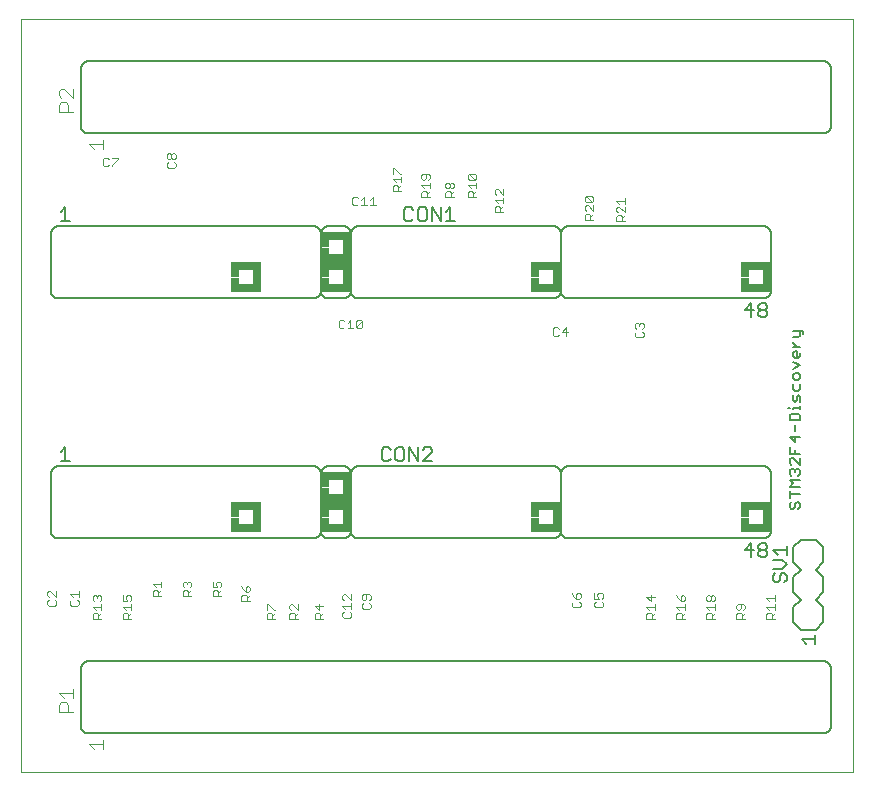
<source format=gto>
G75*
%MOIN*%
%OFA0B0*%
%FSLAX25Y25*%
%IPPOS*%
%LPD*%
%AMOC8*
5,1,8,0,0,1.08239X$1,22.5*
%
%ADD10C,0.00000*%
%ADD11C,0.00600*%
%ADD12C,0.00400*%
%ADD13C,0.00300*%
%ADD14C,0.00500*%
%ADD15R,0.02500X0.02500*%
%ADD16R,0.02500X0.05000*%
%ADD17R,0.07500X0.02500*%
%ADD18R,0.10000X0.02500*%
D10*
X0001256Y0036433D02*
X0001256Y0287634D01*
X0278677Y0287634D01*
X0278677Y0036433D01*
X0001256Y0036433D01*
D11*
X0021256Y0051933D02*
X0021256Y0070933D01*
X0021258Y0071031D01*
X0021264Y0071129D01*
X0021273Y0071227D01*
X0021287Y0071324D01*
X0021304Y0071421D01*
X0021325Y0071517D01*
X0021350Y0071612D01*
X0021378Y0071706D01*
X0021411Y0071798D01*
X0021446Y0071890D01*
X0021486Y0071980D01*
X0021528Y0072068D01*
X0021575Y0072155D01*
X0021624Y0072239D01*
X0021677Y0072322D01*
X0021733Y0072402D01*
X0021793Y0072481D01*
X0021855Y0072557D01*
X0021920Y0072630D01*
X0021988Y0072701D01*
X0022059Y0072769D01*
X0022132Y0072834D01*
X0022208Y0072896D01*
X0022287Y0072956D01*
X0022367Y0073012D01*
X0022450Y0073065D01*
X0022534Y0073114D01*
X0022621Y0073161D01*
X0022709Y0073203D01*
X0022799Y0073243D01*
X0022891Y0073278D01*
X0022983Y0073311D01*
X0023077Y0073339D01*
X0023172Y0073364D01*
X0023268Y0073385D01*
X0023365Y0073402D01*
X0023462Y0073416D01*
X0023560Y0073425D01*
X0023658Y0073431D01*
X0023756Y0073433D01*
X0268756Y0073433D01*
X0268854Y0073431D01*
X0268952Y0073425D01*
X0269050Y0073416D01*
X0269147Y0073402D01*
X0269244Y0073385D01*
X0269340Y0073364D01*
X0269435Y0073339D01*
X0269529Y0073311D01*
X0269621Y0073278D01*
X0269713Y0073243D01*
X0269803Y0073203D01*
X0269891Y0073161D01*
X0269978Y0073114D01*
X0270062Y0073065D01*
X0270145Y0073012D01*
X0270225Y0072956D01*
X0270304Y0072896D01*
X0270380Y0072834D01*
X0270453Y0072769D01*
X0270524Y0072701D01*
X0270592Y0072630D01*
X0270657Y0072557D01*
X0270719Y0072481D01*
X0270779Y0072402D01*
X0270835Y0072322D01*
X0270888Y0072239D01*
X0270937Y0072155D01*
X0270984Y0072068D01*
X0271026Y0071980D01*
X0271066Y0071890D01*
X0271101Y0071798D01*
X0271134Y0071706D01*
X0271162Y0071612D01*
X0271187Y0071517D01*
X0271208Y0071421D01*
X0271225Y0071324D01*
X0271239Y0071227D01*
X0271248Y0071129D01*
X0271254Y0071031D01*
X0271256Y0070933D01*
X0271256Y0051933D01*
X0271254Y0051835D01*
X0271248Y0051737D01*
X0271239Y0051639D01*
X0271225Y0051542D01*
X0271208Y0051445D01*
X0271187Y0051349D01*
X0271162Y0051254D01*
X0271134Y0051160D01*
X0271101Y0051068D01*
X0271066Y0050976D01*
X0271026Y0050886D01*
X0270984Y0050798D01*
X0270937Y0050711D01*
X0270888Y0050627D01*
X0270835Y0050544D01*
X0270779Y0050464D01*
X0270719Y0050385D01*
X0270657Y0050309D01*
X0270592Y0050236D01*
X0270524Y0050165D01*
X0270453Y0050097D01*
X0270380Y0050032D01*
X0270304Y0049970D01*
X0270225Y0049910D01*
X0270145Y0049854D01*
X0270062Y0049801D01*
X0269978Y0049752D01*
X0269891Y0049705D01*
X0269803Y0049663D01*
X0269713Y0049623D01*
X0269621Y0049588D01*
X0269529Y0049555D01*
X0269435Y0049527D01*
X0269340Y0049502D01*
X0269244Y0049481D01*
X0269147Y0049464D01*
X0269050Y0049450D01*
X0268952Y0049441D01*
X0268854Y0049435D01*
X0268756Y0049433D01*
X0023756Y0049433D01*
X0023658Y0049435D01*
X0023560Y0049441D01*
X0023462Y0049450D01*
X0023365Y0049464D01*
X0023268Y0049481D01*
X0023172Y0049502D01*
X0023077Y0049527D01*
X0022983Y0049555D01*
X0022891Y0049588D01*
X0022799Y0049623D01*
X0022709Y0049663D01*
X0022621Y0049705D01*
X0022534Y0049752D01*
X0022450Y0049801D01*
X0022367Y0049854D01*
X0022287Y0049910D01*
X0022208Y0049970D01*
X0022132Y0050032D01*
X0022059Y0050097D01*
X0021988Y0050165D01*
X0021920Y0050236D01*
X0021855Y0050309D01*
X0021793Y0050385D01*
X0021733Y0050464D01*
X0021677Y0050544D01*
X0021624Y0050627D01*
X0021575Y0050711D01*
X0021528Y0050798D01*
X0021486Y0050886D01*
X0021446Y0050976D01*
X0021411Y0051068D01*
X0021378Y0051160D01*
X0021350Y0051254D01*
X0021325Y0051349D01*
X0021304Y0051445D01*
X0021287Y0051542D01*
X0021273Y0051639D01*
X0021264Y0051737D01*
X0021258Y0051835D01*
X0021256Y0051933D01*
X0013756Y0114433D02*
X0098756Y0114433D01*
X0098854Y0114435D01*
X0098952Y0114441D01*
X0099050Y0114450D01*
X0099147Y0114464D01*
X0099244Y0114481D01*
X0099340Y0114502D01*
X0099435Y0114527D01*
X0099529Y0114555D01*
X0099621Y0114588D01*
X0099713Y0114623D01*
X0099803Y0114663D01*
X0099891Y0114705D01*
X0099978Y0114752D01*
X0100062Y0114801D01*
X0100145Y0114854D01*
X0100225Y0114910D01*
X0100304Y0114970D01*
X0100380Y0115032D01*
X0100453Y0115097D01*
X0100524Y0115165D01*
X0100592Y0115236D01*
X0100657Y0115309D01*
X0100719Y0115385D01*
X0100779Y0115464D01*
X0100835Y0115544D01*
X0100888Y0115627D01*
X0100937Y0115711D01*
X0100984Y0115798D01*
X0101026Y0115886D01*
X0101066Y0115976D01*
X0101101Y0116068D01*
X0101134Y0116160D01*
X0101162Y0116254D01*
X0101187Y0116349D01*
X0101208Y0116445D01*
X0101225Y0116542D01*
X0101239Y0116639D01*
X0101248Y0116737D01*
X0101254Y0116835D01*
X0101256Y0116933D01*
X0101256Y0135933D01*
X0101258Y0136031D01*
X0101264Y0136129D01*
X0101273Y0136227D01*
X0101287Y0136324D01*
X0101304Y0136421D01*
X0101325Y0136517D01*
X0101350Y0136612D01*
X0101378Y0136706D01*
X0101411Y0136798D01*
X0101446Y0136890D01*
X0101486Y0136980D01*
X0101528Y0137068D01*
X0101575Y0137155D01*
X0101624Y0137239D01*
X0101677Y0137322D01*
X0101733Y0137402D01*
X0101793Y0137481D01*
X0101855Y0137557D01*
X0101920Y0137630D01*
X0101988Y0137701D01*
X0102059Y0137769D01*
X0102132Y0137834D01*
X0102208Y0137896D01*
X0102287Y0137956D01*
X0102367Y0138012D01*
X0102450Y0138065D01*
X0102534Y0138114D01*
X0102621Y0138161D01*
X0102709Y0138203D01*
X0102799Y0138243D01*
X0102891Y0138278D01*
X0102983Y0138311D01*
X0103077Y0138339D01*
X0103172Y0138364D01*
X0103268Y0138385D01*
X0103365Y0138402D01*
X0103462Y0138416D01*
X0103560Y0138425D01*
X0103658Y0138431D01*
X0103756Y0138433D01*
X0108756Y0138433D01*
X0108854Y0138431D01*
X0108952Y0138425D01*
X0109050Y0138416D01*
X0109147Y0138402D01*
X0109244Y0138385D01*
X0109340Y0138364D01*
X0109435Y0138339D01*
X0109529Y0138311D01*
X0109621Y0138278D01*
X0109713Y0138243D01*
X0109803Y0138203D01*
X0109891Y0138161D01*
X0109978Y0138114D01*
X0110062Y0138065D01*
X0110145Y0138012D01*
X0110225Y0137956D01*
X0110304Y0137896D01*
X0110380Y0137834D01*
X0110453Y0137769D01*
X0110524Y0137701D01*
X0110592Y0137630D01*
X0110657Y0137557D01*
X0110719Y0137481D01*
X0110779Y0137402D01*
X0110835Y0137322D01*
X0110888Y0137239D01*
X0110937Y0137155D01*
X0110984Y0137068D01*
X0111026Y0136980D01*
X0111066Y0136890D01*
X0111101Y0136798D01*
X0111134Y0136706D01*
X0111162Y0136612D01*
X0111187Y0136517D01*
X0111208Y0136421D01*
X0111225Y0136324D01*
X0111239Y0136227D01*
X0111248Y0136129D01*
X0111254Y0136031D01*
X0111256Y0135933D01*
X0111256Y0116933D01*
X0111258Y0116835D01*
X0111264Y0116737D01*
X0111273Y0116639D01*
X0111287Y0116542D01*
X0111304Y0116445D01*
X0111325Y0116349D01*
X0111350Y0116254D01*
X0111378Y0116160D01*
X0111411Y0116068D01*
X0111446Y0115976D01*
X0111486Y0115886D01*
X0111528Y0115798D01*
X0111575Y0115711D01*
X0111624Y0115627D01*
X0111677Y0115544D01*
X0111733Y0115464D01*
X0111793Y0115385D01*
X0111855Y0115309D01*
X0111920Y0115236D01*
X0111988Y0115165D01*
X0112059Y0115097D01*
X0112132Y0115032D01*
X0112208Y0114970D01*
X0112287Y0114910D01*
X0112367Y0114854D01*
X0112450Y0114801D01*
X0112534Y0114752D01*
X0112621Y0114705D01*
X0112709Y0114663D01*
X0112799Y0114623D01*
X0112891Y0114588D01*
X0112983Y0114555D01*
X0113077Y0114527D01*
X0113172Y0114502D01*
X0113268Y0114481D01*
X0113365Y0114464D01*
X0113462Y0114450D01*
X0113560Y0114441D01*
X0113658Y0114435D01*
X0113756Y0114433D01*
X0178756Y0114433D01*
X0178854Y0114435D01*
X0178952Y0114441D01*
X0179050Y0114450D01*
X0179147Y0114464D01*
X0179244Y0114481D01*
X0179340Y0114502D01*
X0179435Y0114527D01*
X0179529Y0114555D01*
X0179621Y0114588D01*
X0179713Y0114623D01*
X0179803Y0114663D01*
X0179891Y0114705D01*
X0179978Y0114752D01*
X0180062Y0114801D01*
X0180145Y0114854D01*
X0180225Y0114910D01*
X0180304Y0114970D01*
X0180380Y0115032D01*
X0180453Y0115097D01*
X0180524Y0115165D01*
X0180592Y0115236D01*
X0180657Y0115309D01*
X0180719Y0115385D01*
X0180779Y0115464D01*
X0180835Y0115544D01*
X0180888Y0115627D01*
X0180937Y0115711D01*
X0180984Y0115798D01*
X0181026Y0115886D01*
X0181066Y0115976D01*
X0181101Y0116068D01*
X0181134Y0116160D01*
X0181162Y0116254D01*
X0181187Y0116349D01*
X0181208Y0116445D01*
X0181225Y0116542D01*
X0181239Y0116639D01*
X0181248Y0116737D01*
X0181254Y0116835D01*
X0181256Y0116933D01*
X0181256Y0135933D01*
X0181258Y0136031D01*
X0181264Y0136129D01*
X0181273Y0136227D01*
X0181287Y0136324D01*
X0181304Y0136421D01*
X0181325Y0136517D01*
X0181350Y0136612D01*
X0181378Y0136706D01*
X0181411Y0136798D01*
X0181446Y0136890D01*
X0181486Y0136980D01*
X0181528Y0137068D01*
X0181575Y0137155D01*
X0181624Y0137239D01*
X0181677Y0137322D01*
X0181733Y0137402D01*
X0181793Y0137481D01*
X0181855Y0137557D01*
X0181920Y0137630D01*
X0181988Y0137701D01*
X0182059Y0137769D01*
X0182132Y0137834D01*
X0182208Y0137896D01*
X0182287Y0137956D01*
X0182367Y0138012D01*
X0182450Y0138065D01*
X0182534Y0138114D01*
X0182621Y0138161D01*
X0182709Y0138203D01*
X0182799Y0138243D01*
X0182891Y0138278D01*
X0182983Y0138311D01*
X0183077Y0138339D01*
X0183172Y0138364D01*
X0183268Y0138385D01*
X0183365Y0138402D01*
X0183462Y0138416D01*
X0183560Y0138425D01*
X0183658Y0138431D01*
X0183756Y0138433D01*
X0248756Y0138433D01*
X0248854Y0138431D01*
X0248952Y0138425D01*
X0249050Y0138416D01*
X0249147Y0138402D01*
X0249244Y0138385D01*
X0249340Y0138364D01*
X0249435Y0138339D01*
X0249529Y0138311D01*
X0249621Y0138278D01*
X0249713Y0138243D01*
X0249803Y0138203D01*
X0249891Y0138161D01*
X0249978Y0138114D01*
X0250062Y0138065D01*
X0250145Y0138012D01*
X0250225Y0137956D01*
X0250304Y0137896D01*
X0250380Y0137834D01*
X0250453Y0137769D01*
X0250524Y0137701D01*
X0250592Y0137630D01*
X0250657Y0137557D01*
X0250719Y0137481D01*
X0250779Y0137402D01*
X0250835Y0137322D01*
X0250888Y0137239D01*
X0250937Y0137155D01*
X0250984Y0137068D01*
X0251026Y0136980D01*
X0251066Y0136890D01*
X0251101Y0136798D01*
X0251134Y0136706D01*
X0251162Y0136612D01*
X0251187Y0136517D01*
X0251208Y0136421D01*
X0251225Y0136324D01*
X0251239Y0136227D01*
X0251248Y0136129D01*
X0251254Y0136031D01*
X0251256Y0135933D01*
X0251256Y0116933D01*
X0251254Y0116835D01*
X0251248Y0116737D01*
X0251239Y0116639D01*
X0251225Y0116542D01*
X0251208Y0116445D01*
X0251187Y0116349D01*
X0251162Y0116254D01*
X0251134Y0116160D01*
X0251101Y0116068D01*
X0251066Y0115976D01*
X0251026Y0115886D01*
X0250984Y0115798D01*
X0250937Y0115711D01*
X0250888Y0115627D01*
X0250835Y0115544D01*
X0250779Y0115464D01*
X0250719Y0115385D01*
X0250657Y0115309D01*
X0250592Y0115236D01*
X0250524Y0115165D01*
X0250453Y0115097D01*
X0250380Y0115032D01*
X0250304Y0114970D01*
X0250225Y0114910D01*
X0250145Y0114854D01*
X0250062Y0114801D01*
X0249978Y0114752D01*
X0249891Y0114705D01*
X0249803Y0114663D01*
X0249713Y0114623D01*
X0249621Y0114588D01*
X0249529Y0114555D01*
X0249435Y0114527D01*
X0249340Y0114502D01*
X0249244Y0114481D01*
X0249147Y0114464D01*
X0249050Y0114450D01*
X0248952Y0114441D01*
X0248854Y0114435D01*
X0248756Y0114433D01*
X0183756Y0114433D01*
X0183658Y0114435D01*
X0183560Y0114441D01*
X0183462Y0114450D01*
X0183365Y0114464D01*
X0183268Y0114481D01*
X0183172Y0114502D01*
X0183077Y0114527D01*
X0182983Y0114555D01*
X0182891Y0114588D01*
X0182799Y0114623D01*
X0182709Y0114663D01*
X0182621Y0114705D01*
X0182534Y0114752D01*
X0182450Y0114801D01*
X0182367Y0114854D01*
X0182287Y0114910D01*
X0182208Y0114970D01*
X0182132Y0115032D01*
X0182059Y0115097D01*
X0181988Y0115165D01*
X0181920Y0115236D01*
X0181855Y0115309D01*
X0181793Y0115385D01*
X0181733Y0115464D01*
X0181677Y0115544D01*
X0181624Y0115627D01*
X0181575Y0115711D01*
X0181528Y0115798D01*
X0181486Y0115886D01*
X0181446Y0115976D01*
X0181411Y0116068D01*
X0181378Y0116160D01*
X0181350Y0116254D01*
X0181325Y0116349D01*
X0181304Y0116445D01*
X0181287Y0116542D01*
X0181273Y0116639D01*
X0181264Y0116737D01*
X0181258Y0116835D01*
X0181256Y0116933D01*
X0181256Y0135933D02*
X0181254Y0136031D01*
X0181248Y0136129D01*
X0181239Y0136227D01*
X0181225Y0136324D01*
X0181208Y0136421D01*
X0181187Y0136517D01*
X0181162Y0136612D01*
X0181134Y0136706D01*
X0181101Y0136798D01*
X0181066Y0136890D01*
X0181026Y0136980D01*
X0180984Y0137068D01*
X0180937Y0137155D01*
X0180888Y0137239D01*
X0180835Y0137322D01*
X0180779Y0137402D01*
X0180719Y0137481D01*
X0180657Y0137557D01*
X0180592Y0137630D01*
X0180524Y0137701D01*
X0180453Y0137769D01*
X0180380Y0137834D01*
X0180304Y0137896D01*
X0180225Y0137956D01*
X0180145Y0138012D01*
X0180062Y0138065D01*
X0179978Y0138114D01*
X0179891Y0138161D01*
X0179803Y0138203D01*
X0179713Y0138243D01*
X0179621Y0138278D01*
X0179529Y0138311D01*
X0179435Y0138339D01*
X0179340Y0138364D01*
X0179244Y0138385D01*
X0179147Y0138402D01*
X0179050Y0138416D01*
X0178952Y0138425D01*
X0178854Y0138431D01*
X0178756Y0138433D01*
X0113756Y0138433D01*
X0113658Y0138431D01*
X0113560Y0138425D01*
X0113462Y0138416D01*
X0113365Y0138402D01*
X0113268Y0138385D01*
X0113172Y0138364D01*
X0113077Y0138339D01*
X0112983Y0138311D01*
X0112891Y0138278D01*
X0112799Y0138243D01*
X0112709Y0138203D01*
X0112621Y0138161D01*
X0112534Y0138114D01*
X0112450Y0138065D01*
X0112367Y0138012D01*
X0112287Y0137956D01*
X0112208Y0137896D01*
X0112132Y0137834D01*
X0112059Y0137769D01*
X0111988Y0137701D01*
X0111920Y0137630D01*
X0111855Y0137557D01*
X0111793Y0137481D01*
X0111733Y0137402D01*
X0111677Y0137322D01*
X0111624Y0137239D01*
X0111575Y0137155D01*
X0111528Y0137068D01*
X0111486Y0136980D01*
X0111446Y0136890D01*
X0111411Y0136798D01*
X0111378Y0136706D01*
X0111350Y0136612D01*
X0111325Y0136517D01*
X0111304Y0136421D01*
X0111287Y0136324D01*
X0111273Y0136227D01*
X0111264Y0136129D01*
X0111258Y0136031D01*
X0111256Y0135933D01*
X0101256Y0135933D02*
X0101254Y0136031D01*
X0101248Y0136129D01*
X0101239Y0136227D01*
X0101225Y0136324D01*
X0101208Y0136421D01*
X0101187Y0136517D01*
X0101162Y0136612D01*
X0101134Y0136706D01*
X0101101Y0136798D01*
X0101066Y0136890D01*
X0101026Y0136980D01*
X0100984Y0137068D01*
X0100937Y0137155D01*
X0100888Y0137239D01*
X0100835Y0137322D01*
X0100779Y0137402D01*
X0100719Y0137481D01*
X0100657Y0137557D01*
X0100592Y0137630D01*
X0100524Y0137701D01*
X0100453Y0137769D01*
X0100380Y0137834D01*
X0100304Y0137896D01*
X0100225Y0137956D01*
X0100145Y0138012D01*
X0100062Y0138065D01*
X0099978Y0138114D01*
X0099891Y0138161D01*
X0099803Y0138203D01*
X0099713Y0138243D01*
X0099621Y0138278D01*
X0099529Y0138311D01*
X0099435Y0138339D01*
X0099340Y0138364D01*
X0099244Y0138385D01*
X0099147Y0138402D01*
X0099050Y0138416D01*
X0098952Y0138425D01*
X0098854Y0138431D01*
X0098756Y0138433D01*
X0013756Y0138433D01*
X0013658Y0138431D01*
X0013560Y0138425D01*
X0013462Y0138416D01*
X0013365Y0138402D01*
X0013268Y0138385D01*
X0013172Y0138364D01*
X0013077Y0138339D01*
X0012983Y0138311D01*
X0012891Y0138278D01*
X0012799Y0138243D01*
X0012709Y0138203D01*
X0012621Y0138161D01*
X0012534Y0138114D01*
X0012450Y0138065D01*
X0012367Y0138012D01*
X0012287Y0137956D01*
X0012208Y0137896D01*
X0012132Y0137834D01*
X0012059Y0137769D01*
X0011988Y0137701D01*
X0011920Y0137630D01*
X0011855Y0137557D01*
X0011793Y0137481D01*
X0011733Y0137402D01*
X0011677Y0137322D01*
X0011624Y0137239D01*
X0011575Y0137155D01*
X0011528Y0137068D01*
X0011486Y0136980D01*
X0011446Y0136890D01*
X0011411Y0136798D01*
X0011378Y0136706D01*
X0011350Y0136612D01*
X0011325Y0136517D01*
X0011304Y0136421D01*
X0011287Y0136324D01*
X0011273Y0136227D01*
X0011264Y0136129D01*
X0011258Y0136031D01*
X0011256Y0135933D01*
X0011256Y0116933D01*
X0011258Y0116835D01*
X0011264Y0116737D01*
X0011273Y0116639D01*
X0011287Y0116542D01*
X0011304Y0116445D01*
X0011325Y0116349D01*
X0011350Y0116254D01*
X0011378Y0116160D01*
X0011411Y0116068D01*
X0011446Y0115976D01*
X0011486Y0115886D01*
X0011528Y0115798D01*
X0011575Y0115711D01*
X0011624Y0115627D01*
X0011677Y0115544D01*
X0011733Y0115464D01*
X0011793Y0115385D01*
X0011855Y0115309D01*
X0011920Y0115236D01*
X0011988Y0115165D01*
X0012059Y0115097D01*
X0012132Y0115032D01*
X0012208Y0114970D01*
X0012287Y0114910D01*
X0012367Y0114854D01*
X0012450Y0114801D01*
X0012534Y0114752D01*
X0012621Y0114705D01*
X0012709Y0114663D01*
X0012799Y0114623D01*
X0012891Y0114588D01*
X0012983Y0114555D01*
X0013077Y0114527D01*
X0013172Y0114502D01*
X0013268Y0114481D01*
X0013365Y0114464D01*
X0013462Y0114450D01*
X0013560Y0114441D01*
X0013658Y0114435D01*
X0013756Y0114433D01*
X0013756Y0194433D02*
X0098756Y0194433D01*
X0098854Y0194435D01*
X0098952Y0194441D01*
X0099050Y0194450D01*
X0099147Y0194464D01*
X0099244Y0194481D01*
X0099340Y0194502D01*
X0099435Y0194527D01*
X0099529Y0194555D01*
X0099621Y0194588D01*
X0099713Y0194623D01*
X0099803Y0194663D01*
X0099891Y0194705D01*
X0099978Y0194752D01*
X0100062Y0194801D01*
X0100145Y0194854D01*
X0100225Y0194910D01*
X0100304Y0194970D01*
X0100380Y0195032D01*
X0100453Y0195097D01*
X0100524Y0195165D01*
X0100592Y0195236D01*
X0100657Y0195309D01*
X0100719Y0195385D01*
X0100779Y0195464D01*
X0100835Y0195544D01*
X0100888Y0195627D01*
X0100937Y0195711D01*
X0100984Y0195798D01*
X0101026Y0195886D01*
X0101066Y0195976D01*
X0101101Y0196068D01*
X0101134Y0196160D01*
X0101162Y0196254D01*
X0101187Y0196349D01*
X0101208Y0196445D01*
X0101225Y0196542D01*
X0101239Y0196639D01*
X0101248Y0196737D01*
X0101254Y0196835D01*
X0101256Y0196933D01*
X0101256Y0215933D01*
X0101258Y0216031D01*
X0101264Y0216129D01*
X0101273Y0216227D01*
X0101287Y0216324D01*
X0101304Y0216421D01*
X0101325Y0216517D01*
X0101350Y0216612D01*
X0101378Y0216706D01*
X0101411Y0216798D01*
X0101446Y0216890D01*
X0101486Y0216980D01*
X0101528Y0217068D01*
X0101575Y0217155D01*
X0101624Y0217239D01*
X0101677Y0217322D01*
X0101733Y0217402D01*
X0101793Y0217481D01*
X0101855Y0217557D01*
X0101920Y0217630D01*
X0101988Y0217701D01*
X0102059Y0217769D01*
X0102132Y0217834D01*
X0102208Y0217896D01*
X0102287Y0217956D01*
X0102367Y0218012D01*
X0102450Y0218065D01*
X0102534Y0218114D01*
X0102621Y0218161D01*
X0102709Y0218203D01*
X0102799Y0218243D01*
X0102891Y0218278D01*
X0102983Y0218311D01*
X0103077Y0218339D01*
X0103172Y0218364D01*
X0103268Y0218385D01*
X0103365Y0218402D01*
X0103462Y0218416D01*
X0103560Y0218425D01*
X0103658Y0218431D01*
X0103756Y0218433D01*
X0108756Y0218433D01*
X0108854Y0218431D01*
X0108952Y0218425D01*
X0109050Y0218416D01*
X0109147Y0218402D01*
X0109244Y0218385D01*
X0109340Y0218364D01*
X0109435Y0218339D01*
X0109529Y0218311D01*
X0109621Y0218278D01*
X0109713Y0218243D01*
X0109803Y0218203D01*
X0109891Y0218161D01*
X0109978Y0218114D01*
X0110062Y0218065D01*
X0110145Y0218012D01*
X0110225Y0217956D01*
X0110304Y0217896D01*
X0110380Y0217834D01*
X0110453Y0217769D01*
X0110524Y0217701D01*
X0110592Y0217630D01*
X0110657Y0217557D01*
X0110719Y0217481D01*
X0110779Y0217402D01*
X0110835Y0217322D01*
X0110888Y0217239D01*
X0110937Y0217155D01*
X0110984Y0217068D01*
X0111026Y0216980D01*
X0111066Y0216890D01*
X0111101Y0216798D01*
X0111134Y0216706D01*
X0111162Y0216612D01*
X0111187Y0216517D01*
X0111208Y0216421D01*
X0111225Y0216324D01*
X0111239Y0216227D01*
X0111248Y0216129D01*
X0111254Y0216031D01*
X0111256Y0215933D01*
X0111256Y0196933D01*
X0111258Y0196835D01*
X0111264Y0196737D01*
X0111273Y0196639D01*
X0111287Y0196542D01*
X0111304Y0196445D01*
X0111325Y0196349D01*
X0111350Y0196254D01*
X0111378Y0196160D01*
X0111411Y0196068D01*
X0111446Y0195976D01*
X0111486Y0195886D01*
X0111528Y0195798D01*
X0111575Y0195711D01*
X0111624Y0195627D01*
X0111677Y0195544D01*
X0111733Y0195464D01*
X0111793Y0195385D01*
X0111855Y0195309D01*
X0111920Y0195236D01*
X0111988Y0195165D01*
X0112059Y0195097D01*
X0112132Y0195032D01*
X0112208Y0194970D01*
X0112287Y0194910D01*
X0112367Y0194854D01*
X0112450Y0194801D01*
X0112534Y0194752D01*
X0112621Y0194705D01*
X0112709Y0194663D01*
X0112799Y0194623D01*
X0112891Y0194588D01*
X0112983Y0194555D01*
X0113077Y0194527D01*
X0113172Y0194502D01*
X0113268Y0194481D01*
X0113365Y0194464D01*
X0113462Y0194450D01*
X0113560Y0194441D01*
X0113658Y0194435D01*
X0113756Y0194433D01*
X0178756Y0194433D01*
X0178854Y0194435D01*
X0178952Y0194441D01*
X0179050Y0194450D01*
X0179147Y0194464D01*
X0179244Y0194481D01*
X0179340Y0194502D01*
X0179435Y0194527D01*
X0179529Y0194555D01*
X0179621Y0194588D01*
X0179713Y0194623D01*
X0179803Y0194663D01*
X0179891Y0194705D01*
X0179978Y0194752D01*
X0180062Y0194801D01*
X0180145Y0194854D01*
X0180225Y0194910D01*
X0180304Y0194970D01*
X0180380Y0195032D01*
X0180453Y0195097D01*
X0180524Y0195165D01*
X0180592Y0195236D01*
X0180657Y0195309D01*
X0180719Y0195385D01*
X0180779Y0195464D01*
X0180835Y0195544D01*
X0180888Y0195627D01*
X0180937Y0195711D01*
X0180984Y0195798D01*
X0181026Y0195886D01*
X0181066Y0195976D01*
X0181101Y0196068D01*
X0181134Y0196160D01*
X0181162Y0196254D01*
X0181187Y0196349D01*
X0181208Y0196445D01*
X0181225Y0196542D01*
X0181239Y0196639D01*
X0181248Y0196737D01*
X0181254Y0196835D01*
X0181256Y0196933D01*
X0181256Y0215933D01*
X0181258Y0216031D01*
X0181264Y0216129D01*
X0181273Y0216227D01*
X0181287Y0216324D01*
X0181304Y0216421D01*
X0181325Y0216517D01*
X0181350Y0216612D01*
X0181378Y0216706D01*
X0181411Y0216798D01*
X0181446Y0216890D01*
X0181486Y0216980D01*
X0181528Y0217068D01*
X0181575Y0217155D01*
X0181624Y0217239D01*
X0181677Y0217322D01*
X0181733Y0217402D01*
X0181793Y0217481D01*
X0181855Y0217557D01*
X0181920Y0217630D01*
X0181988Y0217701D01*
X0182059Y0217769D01*
X0182132Y0217834D01*
X0182208Y0217896D01*
X0182287Y0217956D01*
X0182367Y0218012D01*
X0182450Y0218065D01*
X0182534Y0218114D01*
X0182621Y0218161D01*
X0182709Y0218203D01*
X0182799Y0218243D01*
X0182891Y0218278D01*
X0182983Y0218311D01*
X0183077Y0218339D01*
X0183172Y0218364D01*
X0183268Y0218385D01*
X0183365Y0218402D01*
X0183462Y0218416D01*
X0183560Y0218425D01*
X0183658Y0218431D01*
X0183756Y0218433D01*
X0248756Y0218433D01*
X0248854Y0218431D01*
X0248952Y0218425D01*
X0249050Y0218416D01*
X0249147Y0218402D01*
X0249244Y0218385D01*
X0249340Y0218364D01*
X0249435Y0218339D01*
X0249529Y0218311D01*
X0249621Y0218278D01*
X0249713Y0218243D01*
X0249803Y0218203D01*
X0249891Y0218161D01*
X0249978Y0218114D01*
X0250062Y0218065D01*
X0250145Y0218012D01*
X0250225Y0217956D01*
X0250304Y0217896D01*
X0250380Y0217834D01*
X0250453Y0217769D01*
X0250524Y0217701D01*
X0250592Y0217630D01*
X0250657Y0217557D01*
X0250719Y0217481D01*
X0250779Y0217402D01*
X0250835Y0217322D01*
X0250888Y0217239D01*
X0250937Y0217155D01*
X0250984Y0217068D01*
X0251026Y0216980D01*
X0251066Y0216890D01*
X0251101Y0216798D01*
X0251134Y0216706D01*
X0251162Y0216612D01*
X0251187Y0216517D01*
X0251208Y0216421D01*
X0251225Y0216324D01*
X0251239Y0216227D01*
X0251248Y0216129D01*
X0251254Y0216031D01*
X0251256Y0215933D01*
X0251256Y0196933D01*
X0251254Y0196835D01*
X0251248Y0196737D01*
X0251239Y0196639D01*
X0251225Y0196542D01*
X0251208Y0196445D01*
X0251187Y0196349D01*
X0251162Y0196254D01*
X0251134Y0196160D01*
X0251101Y0196068D01*
X0251066Y0195976D01*
X0251026Y0195886D01*
X0250984Y0195798D01*
X0250937Y0195711D01*
X0250888Y0195627D01*
X0250835Y0195544D01*
X0250779Y0195464D01*
X0250719Y0195385D01*
X0250657Y0195309D01*
X0250592Y0195236D01*
X0250524Y0195165D01*
X0250453Y0195097D01*
X0250380Y0195032D01*
X0250304Y0194970D01*
X0250225Y0194910D01*
X0250145Y0194854D01*
X0250062Y0194801D01*
X0249978Y0194752D01*
X0249891Y0194705D01*
X0249803Y0194663D01*
X0249713Y0194623D01*
X0249621Y0194588D01*
X0249529Y0194555D01*
X0249435Y0194527D01*
X0249340Y0194502D01*
X0249244Y0194481D01*
X0249147Y0194464D01*
X0249050Y0194450D01*
X0248952Y0194441D01*
X0248854Y0194435D01*
X0248756Y0194433D01*
X0183756Y0194433D01*
X0183658Y0194435D01*
X0183560Y0194441D01*
X0183462Y0194450D01*
X0183365Y0194464D01*
X0183268Y0194481D01*
X0183172Y0194502D01*
X0183077Y0194527D01*
X0182983Y0194555D01*
X0182891Y0194588D01*
X0182799Y0194623D01*
X0182709Y0194663D01*
X0182621Y0194705D01*
X0182534Y0194752D01*
X0182450Y0194801D01*
X0182367Y0194854D01*
X0182287Y0194910D01*
X0182208Y0194970D01*
X0182132Y0195032D01*
X0182059Y0195097D01*
X0181988Y0195165D01*
X0181920Y0195236D01*
X0181855Y0195309D01*
X0181793Y0195385D01*
X0181733Y0195464D01*
X0181677Y0195544D01*
X0181624Y0195627D01*
X0181575Y0195711D01*
X0181528Y0195798D01*
X0181486Y0195886D01*
X0181446Y0195976D01*
X0181411Y0196068D01*
X0181378Y0196160D01*
X0181350Y0196254D01*
X0181325Y0196349D01*
X0181304Y0196445D01*
X0181287Y0196542D01*
X0181273Y0196639D01*
X0181264Y0196737D01*
X0181258Y0196835D01*
X0181256Y0196933D01*
X0181256Y0215933D02*
X0181254Y0216031D01*
X0181248Y0216129D01*
X0181239Y0216227D01*
X0181225Y0216324D01*
X0181208Y0216421D01*
X0181187Y0216517D01*
X0181162Y0216612D01*
X0181134Y0216706D01*
X0181101Y0216798D01*
X0181066Y0216890D01*
X0181026Y0216980D01*
X0180984Y0217068D01*
X0180937Y0217155D01*
X0180888Y0217239D01*
X0180835Y0217322D01*
X0180779Y0217402D01*
X0180719Y0217481D01*
X0180657Y0217557D01*
X0180592Y0217630D01*
X0180524Y0217701D01*
X0180453Y0217769D01*
X0180380Y0217834D01*
X0180304Y0217896D01*
X0180225Y0217956D01*
X0180145Y0218012D01*
X0180062Y0218065D01*
X0179978Y0218114D01*
X0179891Y0218161D01*
X0179803Y0218203D01*
X0179713Y0218243D01*
X0179621Y0218278D01*
X0179529Y0218311D01*
X0179435Y0218339D01*
X0179340Y0218364D01*
X0179244Y0218385D01*
X0179147Y0218402D01*
X0179050Y0218416D01*
X0178952Y0218425D01*
X0178854Y0218431D01*
X0178756Y0218433D01*
X0113756Y0218433D01*
X0113658Y0218431D01*
X0113560Y0218425D01*
X0113462Y0218416D01*
X0113365Y0218402D01*
X0113268Y0218385D01*
X0113172Y0218364D01*
X0113077Y0218339D01*
X0112983Y0218311D01*
X0112891Y0218278D01*
X0112799Y0218243D01*
X0112709Y0218203D01*
X0112621Y0218161D01*
X0112534Y0218114D01*
X0112450Y0218065D01*
X0112367Y0218012D01*
X0112287Y0217956D01*
X0112208Y0217896D01*
X0112132Y0217834D01*
X0112059Y0217769D01*
X0111988Y0217701D01*
X0111920Y0217630D01*
X0111855Y0217557D01*
X0111793Y0217481D01*
X0111733Y0217402D01*
X0111677Y0217322D01*
X0111624Y0217239D01*
X0111575Y0217155D01*
X0111528Y0217068D01*
X0111486Y0216980D01*
X0111446Y0216890D01*
X0111411Y0216798D01*
X0111378Y0216706D01*
X0111350Y0216612D01*
X0111325Y0216517D01*
X0111304Y0216421D01*
X0111287Y0216324D01*
X0111273Y0216227D01*
X0111264Y0216129D01*
X0111258Y0216031D01*
X0111256Y0215933D01*
X0101256Y0215933D02*
X0101254Y0216031D01*
X0101248Y0216129D01*
X0101239Y0216227D01*
X0101225Y0216324D01*
X0101208Y0216421D01*
X0101187Y0216517D01*
X0101162Y0216612D01*
X0101134Y0216706D01*
X0101101Y0216798D01*
X0101066Y0216890D01*
X0101026Y0216980D01*
X0100984Y0217068D01*
X0100937Y0217155D01*
X0100888Y0217239D01*
X0100835Y0217322D01*
X0100779Y0217402D01*
X0100719Y0217481D01*
X0100657Y0217557D01*
X0100592Y0217630D01*
X0100524Y0217701D01*
X0100453Y0217769D01*
X0100380Y0217834D01*
X0100304Y0217896D01*
X0100225Y0217956D01*
X0100145Y0218012D01*
X0100062Y0218065D01*
X0099978Y0218114D01*
X0099891Y0218161D01*
X0099803Y0218203D01*
X0099713Y0218243D01*
X0099621Y0218278D01*
X0099529Y0218311D01*
X0099435Y0218339D01*
X0099340Y0218364D01*
X0099244Y0218385D01*
X0099147Y0218402D01*
X0099050Y0218416D01*
X0098952Y0218425D01*
X0098854Y0218431D01*
X0098756Y0218433D01*
X0013756Y0218433D01*
X0013658Y0218431D01*
X0013560Y0218425D01*
X0013462Y0218416D01*
X0013365Y0218402D01*
X0013268Y0218385D01*
X0013172Y0218364D01*
X0013077Y0218339D01*
X0012983Y0218311D01*
X0012891Y0218278D01*
X0012799Y0218243D01*
X0012709Y0218203D01*
X0012621Y0218161D01*
X0012534Y0218114D01*
X0012450Y0218065D01*
X0012367Y0218012D01*
X0012287Y0217956D01*
X0012208Y0217896D01*
X0012132Y0217834D01*
X0012059Y0217769D01*
X0011988Y0217701D01*
X0011920Y0217630D01*
X0011855Y0217557D01*
X0011793Y0217481D01*
X0011733Y0217402D01*
X0011677Y0217322D01*
X0011624Y0217239D01*
X0011575Y0217155D01*
X0011528Y0217068D01*
X0011486Y0216980D01*
X0011446Y0216890D01*
X0011411Y0216798D01*
X0011378Y0216706D01*
X0011350Y0216612D01*
X0011325Y0216517D01*
X0011304Y0216421D01*
X0011287Y0216324D01*
X0011273Y0216227D01*
X0011264Y0216129D01*
X0011258Y0216031D01*
X0011256Y0215933D01*
X0011256Y0196933D01*
X0011258Y0196835D01*
X0011264Y0196737D01*
X0011273Y0196639D01*
X0011287Y0196542D01*
X0011304Y0196445D01*
X0011325Y0196349D01*
X0011350Y0196254D01*
X0011378Y0196160D01*
X0011411Y0196068D01*
X0011446Y0195976D01*
X0011486Y0195886D01*
X0011528Y0195798D01*
X0011575Y0195711D01*
X0011624Y0195627D01*
X0011677Y0195544D01*
X0011733Y0195464D01*
X0011793Y0195385D01*
X0011855Y0195309D01*
X0011920Y0195236D01*
X0011988Y0195165D01*
X0012059Y0195097D01*
X0012132Y0195032D01*
X0012208Y0194970D01*
X0012287Y0194910D01*
X0012367Y0194854D01*
X0012450Y0194801D01*
X0012534Y0194752D01*
X0012621Y0194705D01*
X0012709Y0194663D01*
X0012799Y0194623D01*
X0012891Y0194588D01*
X0012983Y0194555D01*
X0013077Y0194527D01*
X0013172Y0194502D01*
X0013268Y0194481D01*
X0013365Y0194464D01*
X0013462Y0194450D01*
X0013560Y0194441D01*
X0013658Y0194435D01*
X0013756Y0194433D01*
X0023756Y0249433D02*
X0268756Y0249433D01*
X0268854Y0249435D01*
X0268952Y0249441D01*
X0269050Y0249450D01*
X0269147Y0249464D01*
X0269244Y0249481D01*
X0269340Y0249502D01*
X0269435Y0249527D01*
X0269529Y0249555D01*
X0269621Y0249588D01*
X0269713Y0249623D01*
X0269803Y0249663D01*
X0269891Y0249705D01*
X0269978Y0249752D01*
X0270062Y0249801D01*
X0270145Y0249854D01*
X0270225Y0249910D01*
X0270304Y0249970D01*
X0270380Y0250032D01*
X0270453Y0250097D01*
X0270524Y0250165D01*
X0270592Y0250236D01*
X0270657Y0250309D01*
X0270719Y0250385D01*
X0270779Y0250464D01*
X0270835Y0250544D01*
X0270888Y0250627D01*
X0270937Y0250711D01*
X0270984Y0250798D01*
X0271026Y0250886D01*
X0271066Y0250976D01*
X0271101Y0251068D01*
X0271134Y0251160D01*
X0271162Y0251254D01*
X0271187Y0251349D01*
X0271208Y0251445D01*
X0271225Y0251542D01*
X0271239Y0251639D01*
X0271248Y0251737D01*
X0271254Y0251835D01*
X0271256Y0251933D01*
X0271256Y0270933D01*
X0271254Y0271031D01*
X0271248Y0271129D01*
X0271239Y0271227D01*
X0271225Y0271324D01*
X0271208Y0271421D01*
X0271187Y0271517D01*
X0271162Y0271612D01*
X0271134Y0271706D01*
X0271101Y0271798D01*
X0271066Y0271890D01*
X0271026Y0271980D01*
X0270984Y0272068D01*
X0270937Y0272155D01*
X0270888Y0272239D01*
X0270835Y0272322D01*
X0270779Y0272402D01*
X0270719Y0272481D01*
X0270657Y0272557D01*
X0270592Y0272630D01*
X0270524Y0272701D01*
X0270453Y0272769D01*
X0270380Y0272834D01*
X0270304Y0272896D01*
X0270225Y0272956D01*
X0270145Y0273012D01*
X0270062Y0273065D01*
X0269978Y0273114D01*
X0269891Y0273161D01*
X0269803Y0273203D01*
X0269713Y0273243D01*
X0269621Y0273278D01*
X0269529Y0273311D01*
X0269435Y0273339D01*
X0269340Y0273364D01*
X0269244Y0273385D01*
X0269147Y0273402D01*
X0269050Y0273416D01*
X0268952Y0273425D01*
X0268854Y0273431D01*
X0268756Y0273433D01*
X0023756Y0273433D01*
X0023658Y0273431D01*
X0023560Y0273425D01*
X0023462Y0273416D01*
X0023365Y0273402D01*
X0023268Y0273385D01*
X0023172Y0273364D01*
X0023077Y0273339D01*
X0022983Y0273311D01*
X0022891Y0273278D01*
X0022799Y0273243D01*
X0022709Y0273203D01*
X0022621Y0273161D01*
X0022534Y0273114D01*
X0022450Y0273065D01*
X0022367Y0273012D01*
X0022287Y0272956D01*
X0022208Y0272896D01*
X0022132Y0272834D01*
X0022059Y0272769D01*
X0021988Y0272701D01*
X0021920Y0272630D01*
X0021855Y0272557D01*
X0021793Y0272481D01*
X0021733Y0272402D01*
X0021677Y0272322D01*
X0021624Y0272239D01*
X0021575Y0272155D01*
X0021528Y0272068D01*
X0021486Y0271980D01*
X0021446Y0271890D01*
X0021411Y0271798D01*
X0021378Y0271706D01*
X0021350Y0271612D01*
X0021325Y0271517D01*
X0021304Y0271421D01*
X0021287Y0271324D01*
X0021273Y0271227D01*
X0021264Y0271129D01*
X0021258Y0271031D01*
X0021256Y0270933D01*
X0021256Y0251933D01*
X0021258Y0251835D01*
X0021264Y0251737D01*
X0021273Y0251639D01*
X0021287Y0251542D01*
X0021304Y0251445D01*
X0021325Y0251349D01*
X0021350Y0251254D01*
X0021378Y0251160D01*
X0021411Y0251068D01*
X0021446Y0250976D01*
X0021486Y0250886D01*
X0021528Y0250798D01*
X0021575Y0250711D01*
X0021624Y0250627D01*
X0021677Y0250544D01*
X0021733Y0250464D01*
X0021793Y0250385D01*
X0021855Y0250309D01*
X0021920Y0250236D01*
X0021988Y0250165D01*
X0022059Y0250097D01*
X0022132Y0250032D01*
X0022208Y0249970D01*
X0022287Y0249910D01*
X0022367Y0249854D01*
X0022450Y0249801D01*
X0022534Y0249752D01*
X0022621Y0249705D01*
X0022709Y0249663D01*
X0022799Y0249623D01*
X0022891Y0249588D01*
X0022983Y0249555D01*
X0023077Y0249527D01*
X0023172Y0249502D01*
X0023268Y0249481D01*
X0023365Y0249464D01*
X0023462Y0249450D01*
X0023560Y0249441D01*
X0023658Y0249435D01*
X0023756Y0249433D01*
X0101256Y0196933D02*
X0101258Y0196835D01*
X0101264Y0196737D01*
X0101273Y0196639D01*
X0101287Y0196542D01*
X0101304Y0196445D01*
X0101325Y0196349D01*
X0101350Y0196254D01*
X0101378Y0196160D01*
X0101411Y0196068D01*
X0101446Y0195976D01*
X0101486Y0195886D01*
X0101528Y0195798D01*
X0101575Y0195711D01*
X0101624Y0195627D01*
X0101677Y0195544D01*
X0101733Y0195464D01*
X0101793Y0195385D01*
X0101855Y0195309D01*
X0101920Y0195236D01*
X0101988Y0195165D01*
X0102059Y0195097D01*
X0102132Y0195032D01*
X0102208Y0194970D01*
X0102287Y0194910D01*
X0102367Y0194854D01*
X0102450Y0194801D01*
X0102534Y0194752D01*
X0102621Y0194705D01*
X0102709Y0194663D01*
X0102799Y0194623D01*
X0102891Y0194588D01*
X0102983Y0194555D01*
X0103077Y0194527D01*
X0103172Y0194502D01*
X0103268Y0194481D01*
X0103365Y0194464D01*
X0103462Y0194450D01*
X0103560Y0194441D01*
X0103658Y0194435D01*
X0103756Y0194433D01*
X0108756Y0194433D01*
X0108854Y0194435D01*
X0108952Y0194441D01*
X0109050Y0194450D01*
X0109147Y0194464D01*
X0109244Y0194481D01*
X0109340Y0194502D01*
X0109435Y0194527D01*
X0109529Y0194555D01*
X0109621Y0194588D01*
X0109713Y0194623D01*
X0109803Y0194663D01*
X0109891Y0194705D01*
X0109978Y0194752D01*
X0110062Y0194801D01*
X0110145Y0194854D01*
X0110225Y0194910D01*
X0110304Y0194970D01*
X0110380Y0195032D01*
X0110453Y0195097D01*
X0110524Y0195165D01*
X0110592Y0195236D01*
X0110657Y0195309D01*
X0110719Y0195385D01*
X0110779Y0195464D01*
X0110835Y0195544D01*
X0110888Y0195627D01*
X0110937Y0195711D01*
X0110984Y0195798D01*
X0111026Y0195886D01*
X0111066Y0195976D01*
X0111101Y0196068D01*
X0111134Y0196160D01*
X0111162Y0196254D01*
X0111187Y0196349D01*
X0111208Y0196445D01*
X0111225Y0196542D01*
X0111239Y0196639D01*
X0111248Y0196737D01*
X0111254Y0196835D01*
X0111256Y0196933D01*
X0111256Y0116933D02*
X0111254Y0116835D01*
X0111248Y0116737D01*
X0111239Y0116639D01*
X0111225Y0116542D01*
X0111208Y0116445D01*
X0111187Y0116349D01*
X0111162Y0116254D01*
X0111134Y0116160D01*
X0111101Y0116068D01*
X0111066Y0115976D01*
X0111026Y0115886D01*
X0110984Y0115798D01*
X0110937Y0115711D01*
X0110888Y0115627D01*
X0110835Y0115544D01*
X0110779Y0115464D01*
X0110719Y0115385D01*
X0110657Y0115309D01*
X0110592Y0115236D01*
X0110524Y0115165D01*
X0110453Y0115097D01*
X0110380Y0115032D01*
X0110304Y0114970D01*
X0110225Y0114910D01*
X0110145Y0114854D01*
X0110062Y0114801D01*
X0109978Y0114752D01*
X0109891Y0114705D01*
X0109803Y0114663D01*
X0109713Y0114623D01*
X0109621Y0114588D01*
X0109529Y0114555D01*
X0109435Y0114527D01*
X0109340Y0114502D01*
X0109244Y0114481D01*
X0109147Y0114464D01*
X0109050Y0114450D01*
X0108952Y0114441D01*
X0108854Y0114435D01*
X0108756Y0114433D01*
X0103756Y0114433D01*
X0103658Y0114435D01*
X0103560Y0114441D01*
X0103462Y0114450D01*
X0103365Y0114464D01*
X0103268Y0114481D01*
X0103172Y0114502D01*
X0103077Y0114527D01*
X0102983Y0114555D01*
X0102891Y0114588D01*
X0102799Y0114623D01*
X0102709Y0114663D01*
X0102621Y0114705D01*
X0102534Y0114752D01*
X0102450Y0114801D01*
X0102367Y0114854D01*
X0102287Y0114910D01*
X0102208Y0114970D01*
X0102132Y0115032D01*
X0102059Y0115097D01*
X0101988Y0115165D01*
X0101920Y0115236D01*
X0101855Y0115309D01*
X0101793Y0115385D01*
X0101733Y0115464D01*
X0101677Y0115544D01*
X0101624Y0115627D01*
X0101575Y0115711D01*
X0101528Y0115798D01*
X0101486Y0115886D01*
X0101446Y0115976D01*
X0101411Y0116068D01*
X0101378Y0116160D01*
X0101350Y0116254D01*
X0101325Y0116349D01*
X0101304Y0116445D01*
X0101287Y0116542D01*
X0101273Y0116639D01*
X0101264Y0116737D01*
X0101258Y0116835D01*
X0101256Y0116933D01*
X0257553Y0124800D02*
X0258120Y0124233D01*
X0258687Y0124233D01*
X0259254Y0124800D01*
X0259254Y0125935D01*
X0259822Y0126502D01*
X0260389Y0126502D01*
X0260956Y0125935D01*
X0260956Y0124800D01*
X0260389Y0124233D01*
X0257553Y0124800D02*
X0257553Y0125935D01*
X0258120Y0126502D01*
X0257553Y0127916D02*
X0257553Y0130185D01*
X0257553Y0129051D02*
X0260956Y0129051D01*
X0260956Y0131599D02*
X0257553Y0131599D01*
X0258687Y0132734D01*
X0257553Y0133868D01*
X0260956Y0133868D01*
X0260389Y0135283D02*
X0260956Y0135850D01*
X0260956Y0136984D01*
X0260389Y0137551D01*
X0259822Y0137551D01*
X0259254Y0136984D01*
X0259254Y0136417D01*
X0259254Y0136984D02*
X0258687Y0137551D01*
X0258120Y0137551D01*
X0257553Y0136984D01*
X0257553Y0135850D01*
X0258120Y0135283D01*
X0258120Y0138966D02*
X0257553Y0139533D01*
X0257553Y0140667D01*
X0258120Y0141234D01*
X0258687Y0141234D01*
X0260956Y0138966D01*
X0260956Y0141234D01*
X0260956Y0142649D02*
X0257553Y0142649D01*
X0257553Y0144917D01*
X0259254Y0143783D02*
X0259254Y0142649D01*
X0259254Y0146332D02*
X0259254Y0148601D01*
X0259254Y0150015D02*
X0259254Y0152284D01*
X0257553Y0153698D02*
X0257553Y0155400D01*
X0258120Y0155967D01*
X0260389Y0155967D01*
X0260956Y0155400D01*
X0260956Y0153698D01*
X0257553Y0153698D01*
X0258687Y0157381D02*
X0258687Y0157949D01*
X0260956Y0157949D01*
X0260956Y0158516D02*
X0260956Y0157381D01*
X0260956Y0159837D02*
X0260956Y0161538D01*
X0260389Y0162105D01*
X0259822Y0161538D01*
X0259822Y0160404D01*
X0259254Y0159837D01*
X0258687Y0160404D01*
X0258687Y0162105D01*
X0259254Y0163520D02*
X0260389Y0163520D01*
X0260956Y0164087D01*
X0260956Y0165789D01*
X0260389Y0167203D02*
X0260956Y0167770D01*
X0260956Y0168905D01*
X0260389Y0169472D01*
X0259254Y0169472D01*
X0258687Y0168905D01*
X0258687Y0167770D01*
X0259254Y0167203D01*
X0260389Y0167203D01*
X0258687Y0165789D02*
X0258687Y0164087D01*
X0259254Y0163520D01*
X0257553Y0157949D02*
X0256986Y0157949D01*
X0257553Y0148033D02*
X0259254Y0146332D01*
X0257553Y0148033D02*
X0260956Y0148033D01*
X0258687Y0170886D02*
X0260956Y0172021D01*
X0258687Y0173155D01*
X0259254Y0174569D02*
X0258687Y0175137D01*
X0258687Y0176271D01*
X0259254Y0176838D01*
X0259822Y0176838D01*
X0259822Y0174569D01*
X0260389Y0174569D02*
X0259254Y0174569D01*
X0260389Y0174569D02*
X0260956Y0175137D01*
X0260956Y0176271D01*
X0260956Y0178253D02*
X0258687Y0178253D01*
X0258687Y0179387D02*
X0258687Y0179954D01*
X0258687Y0179387D02*
X0259822Y0178253D01*
X0260389Y0181322D02*
X0258687Y0181322D01*
X0260389Y0181322D02*
X0260956Y0181889D01*
X0260956Y0183590D01*
X0261523Y0183590D02*
X0262090Y0183023D01*
X0262090Y0182456D01*
X0261523Y0183590D02*
X0258687Y0183590D01*
X0261256Y0113933D02*
X0266256Y0113933D01*
X0268756Y0111433D01*
X0268756Y0106433D01*
X0266256Y0103933D01*
X0268756Y0101433D01*
X0268756Y0096433D01*
X0266256Y0093933D01*
X0268756Y0091433D01*
X0268756Y0086433D01*
X0266256Y0083933D01*
X0261256Y0083933D01*
X0258756Y0086433D01*
X0258756Y0091433D01*
X0261256Y0093933D01*
X0258756Y0096433D01*
X0258756Y0101433D01*
X0261256Y0103933D01*
X0258756Y0106433D01*
X0258756Y0111433D01*
X0261256Y0113933D01*
D12*
X0028556Y0047202D02*
X0028556Y0044133D01*
X0028556Y0045668D02*
X0023952Y0045668D01*
X0025487Y0044133D01*
X0018556Y0056633D02*
X0013952Y0056633D01*
X0013952Y0058935D01*
X0014719Y0059702D01*
X0016254Y0059702D01*
X0017021Y0058935D01*
X0017021Y0056633D01*
X0015487Y0061237D02*
X0013952Y0062772D01*
X0018556Y0062772D01*
X0018556Y0064306D02*
X0018556Y0061237D01*
X0025487Y0244133D02*
X0023952Y0245668D01*
X0028556Y0245668D01*
X0028556Y0247202D02*
X0028556Y0244133D01*
X0018556Y0256633D02*
X0013952Y0256633D01*
X0013952Y0258935D01*
X0014719Y0259702D01*
X0016254Y0259702D01*
X0017021Y0258935D01*
X0017021Y0256633D01*
X0018556Y0261237D02*
X0015487Y0264306D01*
X0014719Y0264306D01*
X0013952Y0263539D01*
X0013952Y0262004D01*
X0014719Y0261237D01*
X0018556Y0261237D02*
X0018556Y0264306D01*
D13*
X0029146Y0241226D02*
X0028662Y0240743D01*
X0028662Y0238808D01*
X0029146Y0238324D01*
X0030114Y0238324D01*
X0030597Y0238808D01*
X0031609Y0238808D02*
X0033544Y0240743D01*
X0033544Y0241226D01*
X0031609Y0241226D01*
X0030597Y0240743D02*
X0030114Y0241226D01*
X0029146Y0241226D01*
X0031609Y0238808D02*
X0031609Y0238324D01*
X0049962Y0238323D02*
X0050446Y0237840D01*
X0052381Y0237840D01*
X0052865Y0238323D01*
X0052865Y0239291D01*
X0052381Y0239775D01*
X0052381Y0240786D02*
X0051897Y0240786D01*
X0051414Y0241270D01*
X0051414Y0242237D01*
X0051897Y0242721D01*
X0052381Y0242721D01*
X0052865Y0242237D01*
X0052865Y0241270D01*
X0052381Y0240786D01*
X0051414Y0241270D02*
X0050930Y0240786D01*
X0050446Y0240786D01*
X0049962Y0241270D01*
X0049962Y0242237D01*
X0050446Y0242721D01*
X0050930Y0242721D01*
X0051414Y0242237D01*
X0050446Y0239775D02*
X0049962Y0239291D01*
X0049962Y0238323D01*
X0107216Y0186743D02*
X0107216Y0184808D01*
X0107700Y0184324D01*
X0108667Y0184324D01*
X0109151Y0184808D01*
X0110162Y0184324D02*
X0112097Y0184324D01*
X0111130Y0184324D02*
X0111130Y0187226D01*
X0110162Y0186259D01*
X0109151Y0186743D02*
X0108667Y0187226D01*
X0107700Y0187226D01*
X0107216Y0186743D01*
X0113109Y0186743D02*
X0113109Y0184808D01*
X0115044Y0186743D01*
X0115044Y0184808D01*
X0114560Y0184324D01*
X0113593Y0184324D01*
X0113109Y0184808D01*
X0113109Y0186743D02*
X0113593Y0187226D01*
X0114560Y0187226D01*
X0115044Y0186743D01*
X0114662Y0225324D02*
X0116597Y0225324D01*
X0115630Y0225324D02*
X0115630Y0228226D01*
X0114662Y0227259D01*
X0113651Y0227743D02*
X0113167Y0228226D01*
X0112200Y0228226D01*
X0111716Y0227743D01*
X0111716Y0225808D01*
X0112200Y0225324D01*
X0113167Y0225324D01*
X0113651Y0225808D01*
X0117609Y0225324D02*
X0119544Y0225324D01*
X0118576Y0225324D02*
X0118576Y0228226D01*
X0117609Y0227259D01*
X0125203Y0230083D02*
X0125203Y0231534D01*
X0125687Y0232018D01*
X0126655Y0232018D01*
X0127138Y0231534D01*
X0127138Y0230083D01*
X0127138Y0231051D02*
X0128106Y0232018D01*
X0128106Y0233030D02*
X0128106Y0234965D01*
X0128106Y0233997D02*
X0125203Y0233997D01*
X0126171Y0233030D01*
X0125203Y0235976D02*
X0125203Y0237911D01*
X0125687Y0237911D01*
X0127622Y0235976D01*
X0128106Y0235976D01*
X0128106Y0230083D02*
X0125203Y0230083D01*
X0134703Y0229534D02*
X0134703Y0228083D01*
X0137606Y0228083D01*
X0136638Y0228083D02*
X0136638Y0229534D01*
X0136155Y0230018D01*
X0135187Y0230018D01*
X0134703Y0229534D01*
X0135671Y0231030D02*
X0134703Y0231997D01*
X0137606Y0231997D01*
X0137606Y0231030D02*
X0137606Y0232965D01*
X0137122Y0233976D02*
X0137606Y0234460D01*
X0137606Y0235427D01*
X0137122Y0235911D01*
X0135187Y0235911D01*
X0134703Y0235427D01*
X0134703Y0234460D01*
X0135187Y0233976D01*
X0135671Y0233976D01*
X0136155Y0234460D01*
X0136155Y0235911D01*
X0137606Y0230018D02*
X0136638Y0229051D01*
X0142703Y0229534D02*
X0142703Y0228083D01*
X0145606Y0228083D01*
X0144638Y0228083D02*
X0144638Y0229534D01*
X0144155Y0230018D01*
X0143187Y0230018D01*
X0142703Y0229534D01*
X0143187Y0231030D02*
X0143671Y0231030D01*
X0144155Y0231513D01*
X0144155Y0232481D01*
X0144638Y0232965D01*
X0145122Y0232965D01*
X0145606Y0232481D01*
X0145606Y0231513D01*
X0145122Y0231030D01*
X0144638Y0231030D01*
X0144155Y0231513D01*
X0144155Y0232481D02*
X0143671Y0232965D01*
X0143187Y0232965D01*
X0142703Y0232481D01*
X0142703Y0231513D01*
X0143187Y0231030D01*
X0144638Y0229051D02*
X0145606Y0230018D01*
X0150203Y0229534D02*
X0150203Y0228083D01*
X0153106Y0228083D01*
X0152138Y0228083D02*
X0152138Y0229534D01*
X0151655Y0230018D01*
X0150687Y0230018D01*
X0150203Y0229534D01*
X0151171Y0231030D02*
X0150203Y0231997D01*
X0153106Y0231997D01*
X0153106Y0231030D02*
X0153106Y0232965D01*
X0152622Y0233976D02*
X0150687Y0235911D01*
X0152622Y0235911D01*
X0153106Y0235427D01*
X0153106Y0234460D01*
X0152622Y0233976D01*
X0150687Y0233976D01*
X0150203Y0234460D01*
X0150203Y0235427D01*
X0150687Y0235911D01*
X0153106Y0230018D02*
X0152138Y0229051D01*
X0159203Y0229460D02*
X0159687Y0228976D01*
X0159203Y0229460D02*
X0159203Y0230427D01*
X0159687Y0230911D01*
X0160171Y0230911D01*
X0162106Y0228976D01*
X0162106Y0230911D01*
X0162106Y0227965D02*
X0162106Y0226030D01*
X0162106Y0226997D02*
X0159203Y0226997D01*
X0160171Y0226030D01*
X0160655Y0225018D02*
X0161138Y0224534D01*
X0161138Y0223083D01*
X0161138Y0224051D02*
X0162106Y0225018D01*
X0160655Y0225018D02*
X0159687Y0225018D01*
X0159203Y0224534D01*
X0159203Y0223083D01*
X0162106Y0223083D01*
X0189203Y0224013D02*
X0189687Y0223530D01*
X0189203Y0224013D02*
X0189203Y0224981D01*
X0189687Y0225465D01*
X0190171Y0225465D01*
X0192106Y0223530D01*
X0192106Y0225465D01*
X0191622Y0226476D02*
X0189687Y0228411D01*
X0191622Y0228411D01*
X0192106Y0227927D01*
X0192106Y0226960D01*
X0191622Y0226476D01*
X0189687Y0226476D01*
X0189203Y0226960D01*
X0189203Y0227927D01*
X0189687Y0228411D01*
X0189687Y0222518D02*
X0190655Y0222518D01*
X0191138Y0222034D01*
X0191138Y0220583D01*
X0191138Y0221551D02*
X0192106Y0222518D01*
X0192106Y0220583D02*
X0189203Y0220583D01*
X0189203Y0222034D01*
X0189687Y0222518D01*
X0199703Y0221534D02*
X0200187Y0222018D01*
X0201155Y0222018D01*
X0201638Y0221534D01*
X0201638Y0220083D01*
X0201638Y0221051D02*
X0202606Y0222018D01*
X0202606Y0223030D02*
X0200671Y0224965D01*
X0200187Y0224965D01*
X0199703Y0224481D01*
X0199703Y0223513D01*
X0200187Y0223030D01*
X0199703Y0221534D02*
X0199703Y0220083D01*
X0202606Y0220083D01*
X0202606Y0223030D02*
X0202606Y0224965D01*
X0202606Y0225976D02*
X0202606Y0227911D01*
X0202606Y0226944D02*
X0199703Y0226944D01*
X0200671Y0225976D01*
X0206446Y0186221D02*
X0205962Y0185737D01*
X0205962Y0184770D01*
X0206446Y0184286D01*
X0206446Y0183275D02*
X0205962Y0182791D01*
X0205962Y0181823D01*
X0206446Y0181340D01*
X0208381Y0181340D01*
X0208865Y0181823D01*
X0208865Y0182791D01*
X0208381Y0183275D01*
X0208381Y0184286D02*
X0208865Y0184770D01*
X0208865Y0185737D01*
X0208381Y0186221D01*
X0207897Y0186221D01*
X0207414Y0185737D01*
X0207414Y0185254D01*
X0207414Y0185737D02*
X0206930Y0186221D01*
X0206446Y0186221D01*
X0183544Y0183275D02*
X0181609Y0183275D01*
X0183060Y0184726D01*
X0183060Y0181824D01*
X0180597Y0182308D02*
X0180114Y0181824D01*
X0179146Y0181824D01*
X0178662Y0182308D01*
X0178662Y0184243D01*
X0179146Y0184726D01*
X0180114Y0184726D01*
X0180597Y0184243D01*
X0184962Y0096221D02*
X0185446Y0095254D01*
X0186414Y0094286D01*
X0186414Y0095737D01*
X0186897Y0096221D01*
X0187381Y0096221D01*
X0187865Y0095737D01*
X0187865Y0094770D01*
X0187381Y0094286D01*
X0186414Y0094286D01*
X0187381Y0093275D02*
X0187865Y0092791D01*
X0187865Y0091823D01*
X0187381Y0091340D01*
X0185446Y0091340D01*
X0184962Y0091823D01*
X0184962Y0092791D01*
X0185446Y0093275D01*
X0192462Y0092791D02*
X0192462Y0091823D01*
X0192946Y0091340D01*
X0194881Y0091340D01*
X0195365Y0091823D01*
X0195365Y0092791D01*
X0194881Y0093275D01*
X0194881Y0094286D02*
X0195365Y0094770D01*
X0195365Y0095737D01*
X0194881Y0096221D01*
X0193914Y0096221D01*
X0193430Y0095737D01*
X0193430Y0095254D01*
X0193914Y0094286D01*
X0192462Y0094286D01*
X0192462Y0096221D01*
X0192946Y0093275D02*
X0192462Y0092791D01*
X0209703Y0091497D02*
X0212606Y0091497D01*
X0212606Y0090530D02*
X0212606Y0092465D01*
X0211155Y0093476D02*
X0211155Y0095411D01*
X0212606Y0094927D02*
X0209703Y0094927D01*
X0211155Y0093476D01*
X0209703Y0091497D02*
X0210671Y0090530D01*
X0211155Y0089518D02*
X0211638Y0089034D01*
X0211638Y0087583D01*
X0211638Y0088551D02*
X0212606Y0089518D01*
X0211155Y0089518D02*
X0210187Y0089518D01*
X0209703Y0089034D01*
X0209703Y0087583D01*
X0212606Y0087583D01*
X0219703Y0087583D02*
X0219703Y0089034D01*
X0220187Y0089518D01*
X0221155Y0089518D01*
X0221638Y0089034D01*
X0221638Y0087583D01*
X0221638Y0088551D02*
X0222606Y0089518D01*
X0222606Y0090530D02*
X0222606Y0092465D01*
X0222606Y0091497D02*
X0219703Y0091497D01*
X0220671Y0090530D01*
X0221155Y0093476D02*
X0221155Y0094927D01*
X0221638Y0095411D01*
X0222122Y0095411D01*
X0222606Y0094927D01*
X0222606Y0093960D01*
X0222122Y0093476D01*
X0221155Y0093476D01*
X0220187Y0094444D01*
X0219703Y0095411D01*
X0219703Y0087583D02*
X0222606Y0087583D01*
X0229703Y0087583D02*
X0229703Y0089034D01*
X0230187Y0089518D01*
X0231155Y0089518D01*
X0231638Y0089034D01*
X0231638Y0087583D01*
X0231638Y0088551D02*
X0232606Y0089518D01*
X0232606Y0090530D02*
X0232606Y0092465D01*
X0232606Y0091497D02*
X0229703Y0091497D01*
X0230671Y0090530D01*
X0230671Y0093476D02*
X0230187Y0093476D01*
X0229703Y0093960D01*
X0229703Y0094927D01*
X0230187Y0095411D01*
X0230671Y0095411D01*
X0231155Y0094927D01*
X0231155Y0093960D01*
X0230671Y0093476D01*
X0231155Y0093960D02*
X0231638Y0093476D01*
X0232122Y0093476D01*
X0232606Y0093960D01*
X0232606Y0094927D01*
X0232122Y0095411D01*
X0231638Y0095411D01*
X0231155Y0094927D01*
X0232606Y0087583D02*
X0229703Y0087583D01*
X0239703Y0087583D02*
X0239703Y0089034D01*
X0240187Y0089518D01*
X0241155Y0089518D01*
X0241638Y0089034D01*
X0241638Y0087583D01*
X0241638Y0088551D02*
X0242606Y0089518D01*
X0242122Y0090530D02*
X0242606Y0091013D01*
X0242606Y0091981D01*
X0242122Y0092465D01*
X0240187Y0092465D01*
X0239703Y0091981D01*
X0239703Y0091013D01*
X0240187Y0090530D01*
X0240671Y0090530D01*
X0241155Y0091013D01*
X0241155Y0092465D01*
X0242606Y0087583D02*
X0239703Y0087583D01*
X0249703Y0087583D02*
X0249703Y0089034D01*
X0250187Y0089518D01*
X0251155Y0089518D01*
X0251638Y0089034D01*
X0251638Y0087583D01*
X0251638Y0088551D02*
X0252606Y0089518D01*
X0252606Y0090530D02*
X0252606Y0092465D01*
X0252606Y0091497D02*
X0249703Y0091497D01*
X0250671Y0090530D01*
X0250671Y0093476D02*
X0249703Y0094444D01*
X0252606Y0094444D01*
X0252606Y0095411D02*
X0252606Y0093476D01*
X0252606Y0087583D02*
X0249703Y0087583D01*
X0117865Y0091323D02*
X0117865Y0092291D01*
X0117381Y0092775D01*
X0117381Y0093786D02*
X0117865Y0094270D01*
X0117865Y0095237D01*
X0117381Y0095721D01*
X0115446Y0095721D01*
X0114962Y0095237D01*
X0114962Y0094270D01*
X0115446Y0093786D01*
X0115930Y0093786D01*
X0116414Y0094270D01*
X0116414Y0095721D01*
X0115446Y0092775D02*
X0114962Y0092291D01*
X0114962Y0091323D01*
X0115446Y0090840D01*
X0117381Y0090840D01*
X0117865Y0091323D01*
X0111365Y0090840D02*
X0111365Y0092775D01*
X0111365Y0091807D02*
X0108462Y0091807D01*
X0109430Y0090840D01*
X0108946Y0089828D02*
X0108462Y0089344D01*
X0108462Y0088377D01*
X0108946Y0087893D01*
X0110881Y0087893D01*
X0111365Y0088377D01*
X0111365Y0089344D01*
X0110881Y0089828D01*
X0111365Y0093786D02*
X0109430Y0095721D01*
X0108946Y0095721D01*
X0108462Y0095237D01*
X0108462Y0094270D01*
X0108946Y0093786D01*
X0111365Y0093786D02*
X0111365Y0095721D01*
X0102106Y0091981D02*
X0099203Y0091981D01*
X0100655Y0090530D01*
X0100655Y0092465D01*
X0100655Y0089518D02*
X0099687Y0089518D01*
X0099203Y0089034D01*
X0099203Y0087583D01*
X0102106Y0087583D01*
X0101138Y0087583D02*
X0101138Y0089034D01*
X0100655Y0089518D01*
X0101138Y0088551D02*
X0102106Y0089518D01*
X0093606Y0089518D02*
X0092638Y0088551D01*
X0092638Y0089034D02*
X0092638Y0087583D01*
X0093606Y0087583D02*
X0090703Y0087583D01*
X0090703Y0089034D01*
X0091187Y0089518D01*
X0092155Y0089518D01*
X0092638Y0089034D01*
X0093606Y0090530D02*
X0091671Y0092465D01*
X0091187Y0092465D01*
X0090703Y0091981D01*
X0090703Y0091013D01*
X0091187Y0090530D01*
X0093606Y0090530D02*
X0093606Y0092465D01*
X0086106Y0090530D02*
X0085622Y0090530D01*
X0083687Y0092465D01*
X0083203Y0092465D01*
X0083203Y0090530D01*
X0083687Y0089518D02*
X0084655Y0089518D01*
X0085138Y0089034D01*
X0085138Y0087583D01*
X0085138Y0088551D02*
X0086106Y0089518D01*
X0086106Y0087583D02*
X0083203Y0087583D01*
X0083203Y0089034D01*
X0083687Y0089518D01*
X0077606Y0093583D02*
X0074703Y0093583D01*
X0074703Y0095034D01*
X0075187Y0095518D01*
X0076155Y0095518D01*
X0076638Y0095034D01*
X0076638Y0093583D01*
X0076638Y0094551D02*
X0077606Y0095518D01*
X0077122Y0096530D02*
X0077606Y0097013D01*
X0077606Y0097981D01*
X0077122Y0098465D01*
X0076638Y0098465D01*
X0076155Y0097981D01*
X0076155Y0096530D01*
X0077122Y0096530D01*
X0076155Y0096530D02*
X0075187Y0097497D01*
X0074703Y0098465D01*
X0068106Y0098513D02*
X0067622Y0098030D01*
X0068106Y0098513D02*
X0068106Y0099481D01*
X0067622Y0099965D01*
X0066655Y0099965D01*
X0066171Y0099481D01*
X0066171Y0098997D01*
X0066655Y0098030D01*
X0065203Y0098030D01*
X0065203Y0099965D01*
X0065687Y0097018D02*
X0065203Y0096534D01*
X0065203Y0095083D01*
X0068106Y0095083D01*
X0067138Y0095083D02*
X0067138Y0096534D01*
X0066655Y0097018D01*
X0065687Y0097018D01*
X0067138Y0096051D02*
X0068106Y0097018D01*
X0058106Y0097018D02*
X0057138Y0096051D01*
X0057138Y0096534D02*
X0057138Y0095083D01*
X0058106Y0095083D02*
X0055203Y0095083D01*
X0055203Y0096534D01*
X0055687Y0097018D01*
X0056655Y0097018D01*
X0057138Y0096534D01*
X0057622Y0098030D02*
X0058106Y0098513D01*
X0058106Y0099481D01*
X0057622Y0099965D01*
X0057138Y0099965D01*
X0056655Y0099481D01*
X0056655Y0098997D01*
X0056655Y0099481D02*
X0056171Y0099965D01*
X0055687Y0099965D01*
X0055203Y0099481D01*
X0055203Y0098513D01*
X0055687Y0098030D01*
X0048106Y0098030D02*
X0048106Y0099965D01*
X0048106Y0098997D02*
X0045203Y0098997D01*
X0046171Y0098030D01*
X0046655Y0097018D02*
X0047138Y0096534D01*
X0047138Y0095083D01*
X0047138Y0096051D02*
X0048106Y0097018D01*
X0046655Y0097018D02*
X0045687Y0097018D01*
X0045203Y0096534D01*
X0045203Y0095083D01*
X0048106Y0095083D01*
X0038106Y0094927D02*
X0038106Y0093960D01*
X0037622Y0093476D01*
X0036655Y0093476D02*
X0036171Y0094444D01*
X0036171Y0094927D01*
X0036655Y0095411D01*
X0037622Y0095411D01*
X0038106Y0094927D01*
X0036655Y0093476D02*
X0035203Y0093476D01*
X0035203Y0095411D01*
X0038106Y0092465D02*
X0038106Y0090530D01*
X0038106Y0091497D02*
X0035203Y0091497D01*
X0036171Y0090530D01*
X0036655Y0089518D02*
X0037138Y0089034D01*
X0037138Y0087583D01*
X0037138Y0088551D02*
X0038106Y0089518D01*
X0036655Y0089518D02*
X0035687Y0089518D01*
X0035203Y0089034D01*
X0035203Y0087583D01*
X0038106Y0087583D01*
X0028106Y0087583D02*
X0025203Y0087583D01*
X0025203Y0089034D01*
X0025687Y0089518D01*
X0026655Y0089518D01*
X0027138Y0089034D01*
X0027138Y0087583D01*
X0027138Y0088551D02*
X0028106Y0089518D01*
X0028106Y0090530D02*
X0028106Y0092465D01*
X0028106Y0091497D02*
X0025203Y0091497D01*
X0026171Y0090530D01*
X0025687Y0093476D02*
X0025203Y0093960D01*
X0025203Y0094927D01*
X0025687Y0095411D01*
X0026171Y0095411D01*
X0026655Y0094927D01*
X0027138Y0095411D01*
X0027622Y0095411D01*
X0028106Y0094927D01*
X0028106Y0093960D01*
X0027622Y0093476D01*
X0026655Y0094444D02*
X0026655Y0094927D01*
X0020547Y0094880D02*
X0020547Y0096815D01*
X0020547Y0095847D02*
X0017644Y0095847D01*
X0018612Y0094880D01*
X0018128Y0093868D02*
X0017644Y0093385D01*
X0017644Y0092417D01*
X0018128Y0091933D01*
X0020063Y0091933D01*
X0020547Y0092417D01*
X0020547Y0093385D01*
X0020063Y0093868D01*
X0013047Y0093385D02*
X0013047Y0092417D01*
X0012563Y0091933D01*
X0010628Y0091933D01*
X0010144Y0092417D01*
X0010144Y0093385D01*
X0010628Y0093868D01*
X0010628Y0094880D02*
X0010144Y0095364D01*
X0010144Y0096331D01*
X0010628Y0096815D01*
X0011112Y0096815D01*
X0013047Y0094880D01*
X0013047Y0096815D01*
X0012563Y0093868D02*
X0013047Y0093385D01*
D14*
X0014506Y0140183D02*
X0017508Y0140183D01*
X0016007Y0140183D02*
X0016007Y0144687D01*
X0014506Y0143186D01*
X0014506Y0220183D02*
X0017508Y0220183D01*
X0016007Y0220183D02*
X0016007Y0224687D01*
X0014506Y0223186D01*
X0121506Y0143936D02*
X0121506Y0140934D01*
X0122257Y0140183D01*
X0123758Y0140183D01*
X0124508Y0140934D01*
X0126110Y0140934D02*
X0126110Y0143936D01*
X0126860Y0144687D01*
X0128362Y0144687D01*
X0129112Y0143936D01*
X0129112Y0140934D01*
X0128362Y0140183D01*
X0126860Y0140183D01*
X0126110Y0140934D01*
X0124508Y0143936D02*
X0123758Y0144687D01*
X0122257Y0144687D01*
X0121506Y0143936D01*
X0130714Y0144687D02*
X0130714Y0140183D01*
X0133716Y0140183D02*
X0133716Y0144687D01*
X0135318Y0143936D02*
X0136068Y0144687D01*
X0137570Y0144687D01*
X0138320Y0143936D01*
X0138320Y0143186D01*
X0135318Y0140183D01*
X0138320Y0140183D01*
X0133716Y0140183D02*
X0130714Y0144687D01*
X0131258Y0220183D02*
X0132008Y0220934D01*
X0131258Y0220183D02*
X0129757Y0220183D01*
X0129006Y0220934D01*
X0129006Y0223936D01*
X0129757Y0224687D01*
X0131258Y0224687D01*
X0132008Y0223936D01*
X0133610Y0223936D02*
X0133610Y0220934D01*
X0134360Y0220183D01*
X0135862Y0220183D01*
X0136612Y0220934D01*
X0136612Y0223936D01*
X0135862Y0224687D01*
X0134360Y0224687D01*
X0133610Y0223936D01*
X0138214Y0224687D02*
X0138214Y0220183D01*
X0141216Y0220183D02*
X0138214Y0224687D01*
X0141216Y0224687D02*
X0141216Y0220183D01*
X0142818Y0220183D02*
X0145820Y0220183D01*
X0144319Y0220183D02*
X0144319Y0224687D01*
X0142818Y0223186D01*
X0242506Y0190435D02*
X0245508Y0190435D01*
X0247110Y0191186D02*
X0247110Y0191936D01*
X0247860Y0192687D01*
X0249362Y0192687D01*
X0250112Y0191936D01*
X0250112Y0191186D01*
X0249362Y0190435D01*
X0247860Y0190435D01*
X0247110Y0191186D01*
X0247860Y0190435D02*
X0247110Y0189684D01*
X0247110Y0188934D01*
X0247860Y0188183D01*
X0249362Y0188183D01*
X0250112Y0188934D01*
X0250112Y0189684D01*
X0249362Y0190435D01*
X0244758Y0192687D02*
X0242506Y0190435D01*
X0244758Y0188183D02*
X0244758Y0192687D01*
X0244758Y0112687D02*
X0242506Y0110435D01*
X0245508Y0110435D01*
X0247110Y0111186D02*
X0247110Y0111936D01*
X0247860Y0112687D01*
X0249362Y0112687D01*
X0250112Y0111936D01*
X0250112Y0111186D01*
X0249362Y0110435D01*
X0247860Y0110435D01*
X0247110Y0111186D01*
X0247860Y0110435D02*
X0247110Y0109684D01*
X0247110Y0108934D01*
X0247860Y0108183D01*
X0249362Y0108183D01*
X0250112Y0108934D01*
X0250112Y0109684D01*
X0249362Y0110435D01*
X0252002Y0110392D02*
X0256506Y0110392D01*
X0256506Y0108891D02*
X0256506Y0111893D01*
X0253503Y0108891D02*
X0252002Y0110392D01*
X0252002Y0107290D02*
X0255005Y0107290D01*
X0256506Y0105788D01*
X0255005Y0104287D01*
X0252002Y0104287D01*
X0252753Y0102686D02*
X0252002Y0101935D01*
X0252002Y0100434D01*
X0252753Y0099683D01*
X0253503Y0099683D01*
X0254254Y0100434D01*
X0254254Y0101935D01*
X0255005Y0102686D01*
X0255755Y0102686D01*
X0256506Y0101935D01*
X0256506Y0100434D01*
X0255755Y0099683D01*
X0244758Y0108183D02*
X0244758Y0112687D01*
X0266006Y0082186D02*
X0266006Y0079183D01*
X0266006Y0080684D02*
X0261502Y0080684D01*
X0263003Y0079183D01*
D15*
X0242506Y0122683D03*
X0172506Y0122683D03*
X0102506Y0122683D03*
X0102506Y0132683D03*
X0072506Y0122683D03*
X0072506Y0202683D03*
X0102506Y0202683D03*
X0102506Y0212683D03*
X0172506Y0202683D03*
X0242506Y0202683D03*
D16*
X0242506Y0198933D03*
X0250006Y0201433D03*
X0180006Y0201433D03*
X0172506Y0198933D03*
X0110006Y0201433D03*
X0102506Y0198933D03*
X0102506Y0208933D03*
X0110006Y0211433D03*
X0080006Y0201433D03*
X0072506Y0198933D03*
X0110006Y0131433D03*
X0102506Y0128933D03*
X0102506Y0118933D03*
X0110006Y0121433D03*
X0080006Y0121433D03*
X0072506Y0118933D03*
X0172506Y0118933D03*
X0180006Y0121433D03*
X0242506Y0118933D03*
X0250006Y0121433D03*
D17*
X0247506Y0117683D03*
X0177506Y0117683D03*
X0107506Y0117683D03*
X0107506Y0127683D03*
X0077506Y0117683D03*
X0077506Y0197683D03*
X0107506Y0197683D03*
X0107506Y0207683D03*
X0177506Y0197683D03*
X0247506Y0197683D03*
D18*
X0246256Y0205183D03*
X0176256Y0205183D03*
X0106256Y0205183D03*
X0106256Y0215183D03*
X0076256Y0205183D03*
X0106256Y0135183D03*
X0106256Y0125183D03*
X0076256Y0125183D03*
X0176256Y0125183D03*
X0246256Y0125183D03*
M02*

</source>
